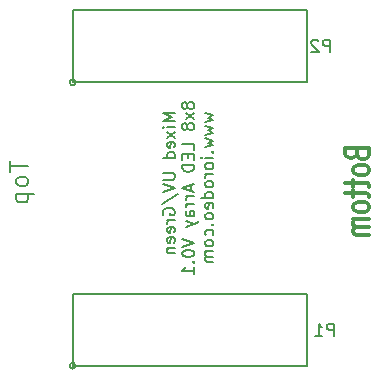
<source format=gbo>
G04 (created by PCBNEW (2013-mar-13)-testing) date Tue 16 Sep 2014 11:53:17 AM PDT*
%MOIN*%
G04 Gerber Fmt 3.4, Leading zero omitted, Abs format*
%FSLAX34Y34*%
G01*
G70*
G90*
G04 APERTURE LIST*
%ADD10C,0.005906*%
%ADD11C,0.008000*%
%ADD12C,0.012000*%
G04 APERTURE END LIST*
G54D10*
G54D11*
X25810Y-23813D02*
X25410Y-23813D01*
X25696Y-23946D01*
X25410Y-24080D01*
X25810Y-24080D01*
X25810Y-24270D02*
X25544Y-24270D01*
X25410Y-24270D02*
X25429Y-24251D01*
X25448Y-24270D01*
X25429Y-24289D01*
X25410Y-24270D01*
X25448Y-24270D01*
X25810Y-24423D02*
X25544Y-24632D01*
X25544Y-24423D02*
X25810Y-24632D01*
X25791Y-24937D02*
X25810Y-24899D01*
X25810Y-24823D01*
X25791Y-24784D01*
X25753Y-24765D01*
X25601Y-24765D01*
X25563Y-24784D01*
X25544Y-24823D01*
X25544Y-24899D01*
X25563Y-24937D01*
X25601Y-24956D01*
X25639Y-24956D01*
X25677Y-24765D01*
X25810Y-25299D02*
X25410Y-25299D01*
X25791Y-25299D02*
X25810Y-25261D01*
X25810Y-25184D01*
X25791Y-25146D01*
X25772Y-25127D01*
X25734Y-25108D01*
X25620Y-25108D01*
X25582Y-25127D01*
X25563Y-25146D01*
X25544Y-25184D01*
X25544Y-25261D01*
X25563Y-25299D01*
X25410Y-25794D02*
X25734Y-25794D01*
X25772Y-25813D01*
X25791Y-25832D01*
X25810Y-25870D01*
X25810Y-25946D01*
X25791Y-25984D01*
X25772Y-26003D01*
X25734Y-26023D01*
X25410Y-26023D01*
X25410Y-26156D02*
X25810Y-26289D01*
X25410Y-26423D01*
X25391Y-26842D02*
X25906Y-26499D01*
X25429Y-27184D02*
X25410Y-27146D01*
X25410Y-27089D01*
X25429Y-27032D01*
X25468Y-26994D01*
X25506Y-26975D01*
X25582Y-26956D01*
X25639Y-26956D01*
X25715Y-26975D01*
X25753Y-26994D01*
X25791Y-27032D01*
X25810Y-27089D01*
X25810Y-27127D01*
X25791Y-27184D01*
X25772Y-27203D01*
X25639Y-27203D01*
X25639Y-27127D01*
X25810Y-27375D02*
X25544Y-27375D01*
X25620Y-27375D02*
X25582Y-27394D01*
X25563Y-27413D01*
X25544Y-27451D01*
X25544Y-27489D01*
X25791Y-27775D02*
X25810Y-27737D01*
X25810Y-27661D01*
X25791Y-27623D01*
X25753Y-27603D01*
X25601Y-27603D01*
X25563Y-27623D01*
X25544Y-27661D01*
X25544Y-27737D01*
X25563Y-27775D01*
X25601Y-27794D01*
X25639Y-27794D01*
X25677Y-27603D01*
X25791Y-28118D02*
X25810Y-28080D01*
X25810Y-28003D01*
X25791Y-27965D01*
X25753Y-27946D01*
X25601Y-27946D01*
X25563Y-27965D01*
X25544Y-28003D01*
X25544Y-28080D01*
X25563Y-28118D01*
X25601Y-28137D01*
X25639Y-28137D01*
X25677Y-27946D01*
X25544Y-28308D02*
X25810Y-28308D01*
X25582Y-28308D02*
X25563Y-28327D01*
X25544Y-28365D01*
X25544Y-28423D01*
X25563Y-28461D01*
X25601Y-28480D01*
X25810Y-28480D01*
X26222Y-23508D02*
X26203Y-23470D01*
X26184Y-23451D01*
X26146Y-23432D01*
X26127Y-23432D01*
X26088Y-23451D01*
X26069Y-23470D01*
X26050Y-23508D01*
X26050Y-23584D01*
X26069Y-23623D01*
X26088Y-23642D01*
X26127Y-23661D01*
X26146Y-23661D01*
X26184Y-23642D01*
X26203Y-23623D01*
X26222Y-23584D01*
X26222Y-23508D01*
X26241Y-23470D01*
X26260Y-23451D01*
X26298Y-23432D01*
X26374Y-23432D01*
X26412Y-23451D01*
X26431Y-23470D01*
X26450Y-23508D01*
X26450Y-23584D01*
X26431Y-23623D01*
X26412Y-23642D01*
X26374Y-23661D01*
X26298Y-23661D01*
X26260Y-23642D01*
X26241Y-23623D01*
X26222Y-23584D01*
X26450Y-23794D02*
X26184Y-24003D01*
X26184Y-23794D02*
X26450Y-24003D01*
X26222Y-24213D02*
X26203Y-24175D01*
X26184Y-24156D01*
X26146Y-24137D01*
X26127Y-24137D01*
X26088Y-24156D01*
X26069Y-24175D01*
X26050Y-24213D01*
X26050Y-24289D01*
X26069Y-24327D01*
X26088Y-24346D01*
X26127Y-24365D01*
X26146Y-24365D01*
X26184Y-24346D01*
X26203Y-24327D01*
X26222Y-24289D01*
X26222Y-24213D01*
X26241Y-24175D01*
X26260Y-24156D01*
X26298Y-24137D01*
X26374Y-24137D01*
X26412Y-24156D01*
X26431Y-24175D01*
X26450Y-24213D01*
X26450Y-24289D01*
X26431Y-24327D01*
X26412Y-24346D01*
X26374Y-24365D01*
X26298Y-24365D01*
X26260Y-24346D01*
X26241Y-24327D01*
X26222Y-24289D01*
X26450Y-25032D02*
X26450Y-24842D01*
X26050Y-24842D01*
X26241Y-25165D02*
X26241Y-25299D01*
X26450Y-25356D02*
X26450Y-25165D01*
X26050Y-25165D01*
X26050Y-25356D01*
X26450Y-25527D02*
X26050Y-25527D01*
X26050Y-25623D01*
X26069Y-25680D01*
X26108Y-25718D01*
X26146Y-25737D01*
X26222Y-25756D01*
X26279Y-25756D01*
X26355Y-25737D01*
X26393Y-25718D01*
X26431Y-25680D01*
X26450Y-25623D01*
X26450Y-25527D01*
X26336Y-26213D02*
X26336Y-26403D01*
X26450Y-26175D02*
X26050Y-26308D01*
X26450Y-26442D01*
X26450Y-26575D02*
X26184Y-26575D01*
X26260Y-26575D02*
X26222Y-26594D01*
X26203Y-26613D01*
X26184Y-26651D01*
X26184Y-26689D01*
X26450Y-26823D02*
X26184Y-26823D01*
X26260Y-26823D02*
X26222Y-26842D01*
X26203Y-26861D01*
X26184Y-26899D01*
X26184Y-26937D01*
X26450Y-27242D02*
X26241Y-27242D01*
X26203Y-27223D01*
X26184Y-27184D01*
X26184Y-27108D01*
X26203Y-27070D01*
X26431Y-27242D02*
X26450Y-27203D01*
X26450Y-27108D01*
X26431Y-27070D01*
X26393Y-27051D01*
X26355Y-27051D01*
X26317Y-27070D01*
X26298Y-27108D01*
X26298Y-27203D01*
X26279Y-27242D01*
X26184Y-27394D02*
X26450Y-27489D01*
X26184Y-27584D02*
X26450Y-27489D01*
X26546Y-27451D01*
X26565Y-27432D01*
X26584Y-27394D01*
X26050Y-27984D02*
X26450Y-28118D01*
X26050Y-28251D01*
X26050Y-28461D02*
X26050Y-28499D01*
X26069Y-28537D01*
X26088Y-28556D01*
X26127Y-28575D01*
X26203Y-28594D01*
X26298Y-28594D01*
X26374Y-28575D01*
X26412Y-28556D01*
X26431Y-28537D01*
X26450Y-28499D01*
X26450Y-28461D01*
X26431Y-28423D01*
X26412Y-28403D01*
X26374Y-28384D01*
X26298Y-28365D01*
X26203Y-28365D01*
X26127Y-28384D01*
X26088Y-28403D01*
X26069Y-28423D01*
X26050Y-28461D01*
X26412Y-28765D02*
X26431Y-28784D01*
X26450Y-28765D01*
X26431Y-28746D01*
X26412Y-28765D01*
X26450Y-28765D01*
X26450Y-29165D02*
X26450Y-28937D01*
X26450Y-29051D02*
X26050Y-29051D01*
X26108Y-29013D01*
X26146Y-28975D01*
X26165Y-28937D01*
X26824Y-23803D02*
X27090Y-23880D01*
X26900Y-23956D01*
X27090Y-24032D01*
X26824Y-24108D01*
X26824Y-24223D02*
X27090Y-24299D01*
X26900Y-24375D01*
X27090Y-24451D01*
X26824Y-24527D01*
X26824Y-24642D02*
X27090Y-24718D01*
X26900Y-24794D01*
X27090Y-24870D01*
X26824Y-24946D01*
X27052Y-25099D02*
X27071Y-25118D01*
X27090Y-25099D01*
X27071Y-25080D01*
X27052Y-25099D01*
X27090Y-25099D01*
X27090Y-25289D02*
X26824Y-25289D01*
X26690Y-25289D02*
X26709Y-25270D01*
X26728Y-25289D01*
X26709Y-25308D01*
X26690Y-25289D01*
X26728Y-25289D01*
X27090Y-25537D02*
X27071Y-25499D01*
X27052Y-25480D01*
X27014Y-25461D01*
X26900Y-25461D01*
X26862Y-25480D01*
X26843Y-25499D01*
X26824Y-25537D01*
X26824Y-25594D01*
X26843Y-25632D01*
X26862Y-25651D01*
X26900Y-25670D01*
X27014Y-25670D01*
X27052Y-25651D01*
X27071Y-25632D01*
X27090Y-25594D01*
X27090Y-25537D01*
X27090Y-25842D02*
X26824Y-25842D01*
X26900Y-25842D02*
X26862Y-25861D01*
X26843Y-25880D01*
X26824Y-25918D01*
X26824Y-25956D01*
X27090Y-26146D02*
X27071Y-26108D01*
X27052Y-26089D01*
X27014Y-26070D01*
X26900Y-26070D01*
X26862Y-26089D01*
X26843Y-26108D01*
X26824Y-26146D01*
X26824Y-26203D01*
X26843Y-26242D01*
X26862Y-26261D01*
X26900Y-26280D01*
X27014Y-26280D01*
X27052Y-26261D01*
X27071Y-26242D01*
X27090Y-26203D01*
X27090Y-26146D01*
X27090Y-26623D02*
X26690Y-26623D01*
X27071Y-26623D02*
X27090Y-26584D01*
X27090Y-26508D01*
X27071Y-26470D01*
X27052Y-26451D01*
X27014Y-26432D01*
X26900Y-26432D01*
X26862Y-26451D01*
X26843Y-26470D01*
X26824Y-26508D01*
X26824Y-26584D01*
X26843Y-26623D01*
X27071Y-26965D02*
X27090Y-26927D01*
X27090Y-26851D01*
X27071Y-26813D01*
X27033Y-26794D01*
X26881Y-26794D01*
X26843Y-26813D01*
X26824Y-26851D01*
X26824Y-26927D01*
X26843Y-26965D01*
X26881Y-26984D01*
X26919Y-26984D01*
X26957Y-26794D01*
X27090Y-27213D02*
X27071Y-27175D01*
X27052Y-27156D01*
X27014Y-27137D01*
X26900Y-27137D01*
X26862Y-27156D01*
X26843Y-27175D01*
X26824Y-27213D01*
X26824Y-27270D01*
X26843Y-27308D01*
X26862Y-27327D01*
X26900Y-27346D01*
X27014Y-27346D01*
X27052Y-27327D01*
X27071Y-27308D01*
X27090Y-27270D01*
X27090Y-27213D01*
X27052Y-27518D02*
X27071Y-27537D01*
X27090Y-27518D01*
X27071Y-27499D01*
X27052Y-27518D01*
X27090Y-27518D01*
X27071Y-27880D02*
X27090Y-27842D01*
X27090Y-27765D01*
X27071Y-27727D01*
X27052Y-27708D01*
X27014Y-27689D01*
X26900Y-27689D01*
X26862Y-27708D01*
X26843Y-27727D01*
X26824Y-27765D01*
X26824Y-27842D01*
X26843Y-27880D01*
X27090Y-28108D02*
X27071Y-28070D01*
X27052Y-28051D01*
X27014Y-28032D01*
X26900Y-28032D01*
X26862Y-28051D01*
X26843Y-28070D01*
X26824Y-28108D01*
X26824Y-28165D01*
X26843Y-28203D01*
X26862Y-28223D01*
X26900Y-28242D01*
X27014Y-28242D01*
X27052Y-28223D01*
X27071Y-28203D01*
X27090Y-28165D01*
X27090Y-28108D01*
X27090Y-28413D02*
X26824Y-28413D01*
X26862Y-28413D02*
X26843Y-28432D01*
X26824Y-28470D01*
X26824Y-28527D01*
X26843Y-28565D01*
X26881Y-28584D01*
X27090Y-28584D01*
X26881Y-28584D02*
X26843Y-28603D01*
X26824Y-28642D01*
X26824Y-28699D01*
X26843Y-28737D01*
X26881Y-28756D01*
X27090Y-28756D01*
G54D12*
X31871Y-25174D02*
X31910Y-25260D01*
X31948Y-25288D01*
X32024Y-25317D01*
X32138Y-25317D01*
X32214Y-25288D01*
X32252Y-25260D01*
X32291Y-25203D01*
X32291Y-24974D01*
X31491Y-24974D01*
X31491Y-25174D01*
X31529Y-25231D01*
X31567Y-25260D01*
X31643Y-25288D01*
X31719Y-25288D01*
X31795Y-25260D01*
X31833Y-25231D01*
X31871Y-25174D01*
X31871Y-24974D01*
X32291Y-25660D02*
X32252Y-25603D01*
X32214Y-25574D01*
X32138Y-25545D01*
X31910Y-25545D01*
X31833Y-25574D01*
X31795Y-25603D01*
X31757Y-25660D01*
X31757Y-25745D01*
X31795Y-25803D01*
X31833Y-25831D01*
X31910Y-25860D01*
X32138Y-25860D01*
X32214Y-25831D01*
X32252Y-25803D01*
X32291Y-25745D01*
X32291Y-25660D01*
X31757Y-26031D02*
X31757Y-26260D01*
X31491Y-26117D02*
X32176Y-26117D01*
X32252Y-26145D01*
X32291Y-26203D01*
X32291Y-26260D01*
X31757Y-26374D02*
X31757Y-26603D01*
X31491Y-26460D02*
X32176Y-26460D01*
X32252Y-26488D01*
X32291Y-26545D01*
X32291Y-26603D01*
X32291Y-26888D02*
X32252Y-26831D01*
X32214Y-26803D01*
X32138Y-26774D01*
X31910Y-26774D01*
X31833Y-26803D01*
X31795Y-26831D01*
X31757Y-26888D01*
X31757Y-26974D01*
X31795Y-27031D01*
X31833Y-27060D01*
X31910Y-27088D01*
X32138Y-27088D01*
X32214Y-27060D01*
X32252Y-27031D01*
X32291Y-26974D01*
X32291Y-26888D01*
X32291Y-27345D02*
X31757Y-27345D01*
X31833Y-27345D02*
X31795Y-27374D01*
X31757Y-27431D01*
X31757Y-27517D01*
X31795Y-27574D01*
X31871Y-27603D01*
X32291Y-27603D01*
X31871Y-27603D02*
X31795Y-27631D01*
X31757Y-27688D01*
X31757Y-27774D01*
X31795Y-27831D01*
X31871Y-27860D01*
X32291Y-27860D01*
G54D11*
X20321Y-25407D02*
X20321Y-25750D01*
X20921Y-25579D02*
X20321Y-25579D01*
X20921Y-26036D02*
X20892Y-25979D01*
X20863Y-25950D01*
X20806Y-25922D01*
X20635Y-25922D01*
X20578Y-25950D01*
X20549Y-25979D01*
X20521Y-26036D01*
X20521Y-26122D01*
X20549Y-26179D01*
X20578Y-26207D01*
X20635Y-26236D01*
X20806Y-26236D01*
X20863Y-26207D01*
X20892Y-26179D01*
X20921Y-26122D01*
X20921Y-26036D01*
X20521Y-26493D02*
X21121Y-26493D01*
X20549Y-26493D02*
X20521Y-26550D01*
X20521Y-26664D01*
X20549Y-26722D01*
X20578Y-26750D01*
X20635Y-26779D01*
X20806Y-26779D01*
X20863Y-26750D01*
X20892Y-26722D01*
X20921Y-26664D01*
X20921Y-26550D01*
X20892Y-26493D01*
X22499Y-32224D02*
G75*
G03X22499Y-32224I-100J0D01*
G74*
G01*
X22399Y-32224D02*
X22399Y-29824D01*
X22399Y-29824D02*
X30199Y-29824D01*
X30199Y-29824D02*
X30199Y-32224D01*
X30199Y-32224D02*
X22399Y-32224D01*
X22499Y-22775D02*
G75*
G03X22499Y-22775I-100J0D01*
G74*
G01*
X22399Y-22775D02*
X22399Y-20375D01*
X22399Y-20375D02*
X30199Y-20375D01*
X30199Y-20375D02*
X30199Y-22775D01*
X30199Y-22775D02*
X22399Y-22775D01*
X31102Y-31224D02*
X31102Y-30824D01*
X30949Y-30824D01*
X30911Y-30843D01*
X30892Y-30862D01*
X30873Y-30900D01*
X30873Y-30957D01*
X30892Y-30995D01*
X30911Y-31014D01*
X30949Y-31033D01*
X31102Y-31033D01*
X30492Y-31224D02*
X30721Y-31224D01*
X30607Y-31224D02*
X30607Y-30824D01*
X30645Y-30881D01*
X30683Y-30919D01*
X30721Y-30938D01*
X30964Y-21755D02*
X30964Y-21355D01*
X30812Y-21355D01*
X30774Y-21374D01*
X30755Y-21393D01*
X30735Y-21431D01*
X30735Y-21489D01*
X30755Y-21527D01*
X30774Y-21546D01*
X30812Y-21565D01*
X30964Y-21565D01*
X30583Y-21393D02*
X30564Y-21374D01*
X30526Y-21355D01*
X30431Y-21355D01*
X30393Y-21374D01*
X30374Y-21393D01*
X30355Y-21431D01*
X30355Y-21470D01*
X30374Y-21527D01*
X30602Y-21755D01*
X30355Y-21755D01*
M02*

</source>
